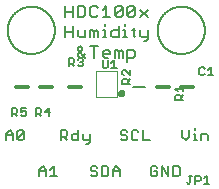
<source format=gbr>
G04 EAGLE Gerber RS-274X export*
G75*
%MOMM*%
%FSLAX34Y34*%
%LPD*%
%INSilkscreen Top*%
%IPPOS*%
%AMOC8*
5,1,8,0,0,1.08239X$1,22.5*%
G01*
%ADD10C,0.177800*%
%ADD11C,0.152400*%
%ADD12C,0.050000*%
%ADD13C,0.304800*%
%ADD14C,0.203200*%


D10*
X54223Y138049D02*
X54223Y147709D01*
X54223Y142879D02*
X60663Y142879D01*
X60663Y147709D02*
X60663Y138049D01*
X64748Y138049D02*
X64748Y147709D01*
X64748Y138049D02*
X69578Y138049D01*
X71188Y139659D01*
X71188Y146099D01*
X69578Y147709D01*
X64748Y147709D01*
X80102Y147709D02*
X81712Y146099D01*
X80102Y147709D02*
X76882Y147709D01*
X75272Y146099D01*
X75272Y139659D01*
X76882Y138049D01*
X80102Y138049D01*
X81712Y139659D01*
X85797Y144489D02*
X89017Y147709D01*
X89017Y138049D01*
X85797Y138049D02*
X92237Y138049D01*
X96321Y139659D02*
X96321Y146099D01*
X97931Y147709D01*
X101151Y147709D01*
X102761Y146099D01*
X102761Y139659D01*
X101151Y138049D01*
X97931Y138049D01*
X96321Y139659D01*
X102761Y146099D01*
X106846Y146099D02*
X106846Y139659D01*
X106846Y146099D02*
X108456Y147709D01*
X111676Y147709D01*
X113286Y146099D01*
X113286Y139659D01*
X111676Y138049D01*
X108456Y138049D01*
X106846Y139659D01*
X113286Y146099D01*
X117371Y144489D02*
X123811Y138049D01*
X117371Y138049D02*
X123811Y144489D01*
X54223Y130564D02*
X54223Y120904D01*
X54223Y125734D02*
X60663Y125734D01*
X60663Y130564D02*
X60663Y120904D01*
X64748Y122514D02*
X64748Y127344D01*
X64748Y122514D02*
X66358Y120904D01*
X71188Y120904D01*
X71188Y127344D01*
X75272Y127344D02*
X75272Y120904D01*
X75272Y127344D02*
X76882Y127344D01*
X78492Y125734D01*
X78492Y120904D01*
X78492Y125734D02*
X80102Y127344D01*
X81712Y125734D01*
X81712Y120904D01*
X85797Y127344D02*
X87407Y127344D01*
X87407Y120904D01*
X85797Y120904D02*
X89017Y120904D01*
X87407Y130564D02*
X87407Y132174D01*
X99253Y130564D02*
X99253Y120904D01*
X94423Y120904D01*
X92813Y122514D01*
X92813Y125734D01*
X94423Y127344D01*
X99253Y127344D01*
X103338Y127344D02*
X104948Y127344D01*
X104948Y120904D01*
X103338Y120904D02*
X106558Y120904D01*
X104948Y130564D02*
X104948Y132174D01*
X111964Y128954D02*
X111964Y122514D01*
X113574Y120904D01*
X113574Y127344D02*
X110354Y127344D01*
X117370Y127344D02*
X117370Y122514D01*
X118980Y120904D01*
X123811Y120904D01*
X123811Y119294D02*
X123811Y127344D01*
X123811Y119294D02*
X122201Y117684D01*
X120591Y117684D01*
X71188Y106979D02*
X67968Y103759D01*
X66358Y103759D01*
X64748Y105369D01*
X64748Y106979D01*
X67968Y110199D01*
X67968Y111809D01*
X66358Y113419D01*
X64748Y111809D01*
X64748Y110199D01*
X71188Y103759D01*
X78492Y103759D02*
X78492Y113419D01*
X75272Y113419D02*
X81712Y113419D01*
X87407Y103759D02*
X90627Y103759D01*
X87407Y103759D02*
X85797Y105369D01*
X85797Y108589D01*
X87407Y110199D01*
X90627Y110199D01*
X92237Y108589D01*
X92237Y106979D01*
X85797Y106979D01*
X96321Y103759D02*
X96321Y110199D01*
X97931Y110199D01*
X99541Y108589D01*
X99541Y103759D01*
X99541Y108589D02*
X101151Y110199D01*
X102761Y108589D01*
X102761Y103759D01*
X106846Y100539D02*
X106846Y110199D01*
X111676Y110199D01*
X113286Y108589D01*
X113286Y105369D01*
X111676Y103759D01*
X106846Y103759D01*
D11*
X153388Y42425D02*
X153388Y36663D01*
X156270Y33782D01*
X159151Y36663D01*
X159151Y42425D01*
X162744Y39544D02*
X164184Y39544D01*
X164184Y33782D01*
X162744Y33782D02*
X165625Y33782D01*
X164184Y42425D02*
X164184Y43866D01*
X168980Y39544D02*
X168980Y33782D01*
X168980Y39544D02*
X173302Y39544D01*
X174743Y38104D01*
X174743Y33782D01*
X132191Y10505D02*
X130751Y11945D01*
X127870Y11945D01*
X126429Y10505D01*
X126429Y4743D01*
X127870Y3302D01*
X130751Y3302D01*
X132191Y4743D01*
X132191Y7624D01*
X129310Y7624D01*
X135784Y11945D02*
X135784Y3302D01*
X141547Y3302D02*
X135784Y11945D01*
X141547Y11945D02*
X141547Y3302D01*
X145140Y3302D02*
X145140Y11945D01*
X145140Y3302D02*
X149461Y3302D01*
X150902Y4743D01*
X150902Y10505D01*
X149461Y11945D01*
X145140Y11945D01*
X106791Y40985D02*
X105351Y42425D01*
X102470Y42425D01*
X101029Y40985D01*
X101029Y39544D01*
X102470Y38104D01*
X105351Y38104D01*
X106791Y36663D01*
X106791Y35223D01*
X105351Y33782D01*
X102470Y33782D01*
X101029Y35223D01*
X114706Y42425D02*
X116147Y40985D01*
X114706Y42425D02*
X111825Y42425D01*
X110384Y40985D01*
X110384Y35223D01*
X111825Y33782D01*
X114706Y33782D01*
X116147Y35223D01*
X119740Y33782D02*
X119740Y42425D01*
X119740Y33782D02*
X125502Y33782D01*
X81391Y10505D02*
X79951Y11945D01*
X77070Y11945D01*
X75629Y10505D01*
X75629Y9064D01*
X77070Y7624D01*
X79951Y7624D01*
X81391Y6183D01*
X81391Y4743D01*
X79951Y3302D01*
X77070Y3302D01*
X75629Y4743D01*
X84984Y3302D02*
X84984Y11945D01*
X84984Y3302D02*
X89306Y3302D01*
X90747Y4743D01*
X90747Y10505D01*
X89306Y11945D01*
X84984Y11945D01*
X94340Y9064D02*
X94340Y3302D01*
X94340Y9064D02*
X97221Y11945D01*
X100102Y9064D01*
X100102Y3302D01*
X100102Y7624D02*
X94340Y7624D01*
X50229Y33782D02*
X50229Y42425D01*
X54551Y42425D01*
X55991Y40985D01*
X55991Y38104D01*
X54551Y36663D01*
X50229Y36663D01*
X53110Y36663D02*
X55991Y33782D01*
X65347Y33782D02*
X65347Y42425D01*
X65347Y33782D02*
X61025Y33782D01*
X59584Y35223D01*
X59584Y38104D01*
X61025Y39544D01*
X65347Y39544D01*
X68940Y39544D02*
X68940Y35223D01*
X70380Y33782D01*
X74702Y33782D01*
X74702Y32341D02*
X74702Y39544D01*
X74702Y32341D02*
X73261Y30901D01*
X71821Y30901D01*
X32047Y9064D02*
X32047Y3302D01*
X32047Y9064D02*
X34928Y11945D01*
X37809Y9064D01*
X37809Y3302D01*
X37809Y7624D02*
X32047Y7624D01*
X41402Y9064D02*
X44283Y11945D01*
X44283Y3302D01*
X41402Y3302D02*
X47164Y3302D01*
X4107Y33782D02*
X4107Y39544D01*
X6988Y42425D01*
X9869Y39544D01*
X9869Y33782D01*
X9869Y38104D02*
X4107Y38104D01*
X13462Y35223D02*
X13462Y40985D01*
X14903Y42425D01*
X17784Y42425D01*
X19224Y40985D01*
X19224Y35223D01*
X17784Y33782D01*
X14903Y33782D01*
X13462Y35223D01*
X19224Y40985D01*
D12*
X79900Y70280D02*
X97900Y70280D01*
X79900Y70280D02*
X79900Y92280D01*
X97900Y92280D01*
X97900Y70280D01*
D13*
X100486Y73280D02*
X100488Y73355D01*
X100494Y73429D01*
X100504Y73503D01*
X100517Y73576D01*
X100535Y73649D01*
X100556Y73720D01*
X100581Y73791D01*
X100610Y73860D01*
X100643Y73927D01*
X100679Y73992D01*
X100718Y74056D01*
X100760Y74117D01*
X100806Y74176D01*
X100855Y74233D01*
X100907Y74286D01*
X100961Y74337D01*
X101018Y74386D01*
X101078Y74430D01*
X101140Y74472D01*
X101204Y74511D01*
X101270Y74546D01*
X101337Y74577D01*
X101407Y74605D01*
X101477Y74629D01*
X101549Y74650D01*
X101622Y74666D01*
X101695Y74679D01*
X101770Y74688D01*
X101844Y74693D01*
X101919Y74694D01*
X101993Y74691D01*
X102068Y74684D01*
X102141Y74673D01*
X102215Y74659D01*
X102287Y74640D01*
X102358Y74618D01*
X102428Y74592D01*
X102497Y74562D01*
X102563Y74529D01*
X102628Y74492D01*
X102691Y74452D01*
X102752Y74408D01*
X102810Y74362D01*
X102866Y74312D01*
X102919Y74260D01*
X102970Y74205D01*
X103017Y74147D01*
X103061Y74087D01*
X103102Y74024D01*
X103140Y73960D01*
X103174Y73894D01*
X103205Y73825D01*
X103232Y73756D01*
X103255Y73685D01*
X103274Y73613D01*
X103290Y73540D01*
X103302Y73466D01*
X103310Y73392D01*
X103314Y73317D01*
X103314Y73243D01*
X103310Y73168D01*
X103302Y73094D01*
X103290Y73020D01*
X103274Y72947D01*
X103255Y72875D01*
X103232Y72804D01*
X103205Y72735D01*
X103174Y72666D01*
X103140Y72600D01*
X103102Y72536D01*
X103061Y72473D01*
X103017Y72413D01*
X102970Y72355D01*
X102919Y72300D01*
X102866Y72248D01*
X102810Y72198D01*
X102752Y72152D01*
X102691Y72108D01*
X102628Y72068D01*
X102563Y72031D01*
X102497Y71998D01*
X102428Y71968D01*
X102358Y71942D01*
X102287Y71920D01*
X102215Y71901D01*
X102141Y71887D01*
X102068Y71876D01*
X101993Y71869D01*
X101919Y71866D01*
X101844Y71867D01*
X101770Y71872D01*
X101695Y71881D01*
X101622Y71894D01*
X101549Y71910D01*
X101477Y71931D01*
X101407Y71955D01*
X101337Y71983D01*
X101270Y72014D01*
X101204Y72049D01*
X101140Y72088D01*
X101078Y72130D01*
X101018Y72174D01*
X100961Y72223D01*
X100907Y72274D01*
X100855Y72327D01*
X100806Y72384D01*
X100760Y72443D01*
X100718Y72504D01*
X100679Y72568D01*
X100643Y72633D01*
X100610Y72700D01*
X100581Y72769D01*
X100556Y72840D01*
X100535Y72911D01*
X100517Y72984D01*
X100504Y73057D01*
X100494Y73131D01*
X100488Y73205D01*
X100486Y73280D01*
D11*
X85742Y96064D02*
X85742Y101572D01*
X85742Y96064D02*
X86844Y94962D01*
X89047Y94962D01*
X90148Y96064D01*
X90148Y101572D01*
X93226Y99368D02*
X95429Y101572D01*
X95429Y94962D01*
X93226Y94962D02*
X97633Y94962D01*
D14*
X5400Y127000D02*
X5406Y127491D01*
X5424Y127981D01*
X5454Y128471D01*
X5496Y128960D01*
X5550Y129448D01*
X5616Y129935D01*
X5694Y130419D01*
X5784Y130902D01*
X5886Y131382D01*
X5999Y131860D01*
X6124Y132334D01*
X6261Y132806D01*
X6409Y133274D01*
X6569Y133738D01*
X6740Y134198D01*
X6922Y134654D01*
X7116Y135105D01*
X7320Y135551D01*
X7536Y135992D01*
X7762Y136428D01*
X7998Y136858D01*
X8245Y137282D01*
X8503Y137700D01*
X8771Y138111D01*
X9048Y138516D01*
X9336Y138914D01*
X9633Y139305D01*
X9940Y139688D01*
X10256Y140063D01*
X10581Y140431D01*
X10915Y140791D01*
X11258Y141142D01*
X11609Y141485D01*
X11969Y141819D01*
X12337Y142144D01*
X12712Y142460D01*
X13095Y142767D01*
X13486Y143064D01*
X13884Y143352D01*
X14289Y143629D01*
X14700Y143897D01*
X15118Y144155D01*
X15542Y144402D01*
X15972Y144638D01*
X16408Y144864D01*
X16849Y145080D01*
X17295Y145284D01*
X17746Y145478D01*
X18202Y145660D01*
X18662Y145831D01*
X19126Y145991D01*
X19594Y146139D01*
X20066Y146276D01*
X20540Y146401D01*
X21018Y146514D01*
X21498Y146616D01*
X21981Y146706D01*
X22465Y146784D01*
X22952Y146850D01*
X23440Y146904D01*
X23929Y146946D01*
X24419Y146976D01*
X24909Y146994D01*
X25400Y147000D01*
X25891Y146994D01*
X26381Y146976D01*
X26871Y146946D01*
X27360Y146904D01*
X27848Y146850D01*
X28335Y146784D01*
X28819Y146706D01*
X29302Y146616D01*
X29782Y146514D01*
X30260Y146401D01*
X30734Y146276D01*
X31206Y146139D01*
X31674Y145991D01*
X32138Y145831D01*
X32598Y145660D01*
X33054Y145478D01*
X33505Y145284D01*
X33951Y145080D01*
X34392Y144864D01*
X34828Y144638D01*
X35258Y144402D01*
X35682Y144155D01*
X36100Y143897D01*
X36511Y143629D01*
X36916Y143352D01*
X37314Y143064D01*
X37705Y142767D01*
X38088Y142460D01*
X38463Y142144D01*
X38831Y141819D01*
X39191Y141485D01*
X39542Y141142D01*
X39885Y140791D01*
X40219Y140431D01*
X40544Y140063D01*
X40860Y139688D01*
X41167Y139305D01*
X41464Y138914D01*
X41752Y138516D01*
X42029Y138111D01*
X42297Y137700D01*
X42555Y137282D01*
X42802Y136858D01*
X43038Y136428D01*
X43264Y135992D01*
X43480Y135551D01*
X43684Y135105D01*
X43878Y134654D01*
X44060Y134198D01*
X44231Y133738D01*
X44391Y133274D01*
X44539Y132806D01*
X44676Y132334D01*
X44801Y131860D01*
X44914Y131382D01*
X45016Y130902D01*
X45106Y130419D01*
X45184Y129935D01*
X45250Y129448D01*
X45304Y128960D01*
X45346Y128471D01*
X45376Y127981D01*
X45394Y127491D01*
X45400Y127000D01*
X45394Y126509D01*
X45376Y126019D01*
X45346Y125529D01*
X45304Y125040D01*
X45250Y124552D01*
X45184Y124065D01*
X45106Y123581D01*
X45016Y123098D01*
X44914Y122618D01*
X44801Y122140D01*
X44676Y121666D01*
X44539Y121194D01*
X44391Y120726D01*
X44231Y120262D01*
X44060Y119802D01*
X43878Y119346D01*
X43684Y118895D01*
X43480Y118449D01*
X43264Y118008D01*
X43038Y117572D01*
X42802Y117142D01*
X42555Y116718D01*
X42297Y116300D01*
X42029Y115889D01*
X41752Y115484D01*
X41464Y115086D01*
X41167Y114695D01*
X40860Y114312D01*
X40544Y113937D01*
X40219Y113569D01*
X39885Y113209D01*
X39542Y112858D01*
X39191Y112515D01*
X38831Y112181D01*
X38463Y111856D01*
X38088Y111540D01*
X37705Y111233D01*
X37314Y110936D01*
X36916Y110648D01*
X36511Y110371D01*
X36100Y110103D01*
X35682Y109845D01*
X35258Y109598D01*
X34828Y109362D01*
X34392Y109136D01*
X33951Y108920D01*
X33505Y108716D01*
X33054Y108522D01*
X32598Y108340D01*
X32138Y108169D01*
X31674Y108009D01*
X31206Y107861D01*
X30734Y107724D01*
X30260Y107599D01*
X29782Y107486D01*
X29302Y107384D01*
X28819Y107294D01*
X28335Y107216D01*
X27848Y107150D01*
X27360Y107096D01*
X26871Y107054D01*
X26381Y107024D01*
X25891Y107006D01*
X25400Y107000D01*
X24909Y107006D01*
X24419Y107024D01*
X23929Y107054D01*
X23440Y107096D01*
X22952Y107150D01*
X22465Y107216D01*
X21981Y107294D01*
X21498Y107384D01*
X21018Y107486D01*
X20540Y107599D01*
X20066Y107724D01*
X19594Y107861D01*
X19126Y108009D01*
X18662Y108169D01*
X18202Y108340D01*
X17746Y108522D01*
X17295Y108716D01*
X16849Y108920D01*
X16408Y109136D01*
X15972Y109362D01*
X15542Y109598D01*
X15118Y109845D01*
X14700Y110103D01*
X14289Y110371D01*
X13884Y110648D01*
X13486Y110936D01*
X13095Y111233D01*
X12712Y111540D01*
X12337Y111856D01*
X11969Y112181D01*
X11609Y112515D01*
X11258Y112858D01*
X10915Y113209D01*
X10581Y113569D01*
X10256Y113937D01*
X9940Y114312D01*
X9633Y114695D01*
X9336Y115086D01*
X9048Y115484D01*
X8771Y115889D01*
X8503Y116300D01*
X8245Y116718D01*
X7998Y117142D01*
X7762Y117572D01*
X7536Y118008D01*
X7320Y118449D01*
X7116Y118895D01*
X6922Y119346D01*
X6740Y119802D01*
X6569Y120262D01*
X6409Y120726D01*
X6261Y121194D01*
X6124Y121666D01*
X5999Y122140D01*
X5886Y122618D01*
X5784Y123098D01*
X5694Y123581D01*
X5616Y124065D01*
X5550Y124552D01*
X5496Y125040D01*
X5454Y125529D01*
X5424Y126019D01*
X5406Y126509D01*
X5400Y127000D01*
X132400Y127000D02*
X132406Y127491D01*
X132424Y127981D01*
X132454Y128471D01*
X132496Y128960D01*
X132550Y129448D01*
X132616Y129935D01*
X132694Y130419D01*
X132784Y130902D01*
X132886Y131382D01*
X132999Y131860D01*
X133124Y132334D01*
X133261Y132806D01*
X133409Y133274D01*
X133569Y133738D01*
X133740Y134198D01*
X133922Y134654D01*
X134116Y135105D01*
X134320Y135551D01*
X134536Y135992D01*
X134762Y136428D01*
X134998Y136858D01*
X135245Y137282D01*
X135503Y137700D01*
X135771Y138111D01*
X136048Y138516D01*
X136336Y138914D01*
X136633Y139305D01*
X136940Y139688D01*
X137256Y140063D01*
X137581Y140431D01*
X137915Y140791D01*
X138258Y141142D01*
X138609Y141485D01*
X138969Y141819D01*
X139337Y142144D01*
X139712Y142460D01*
X140095Y142767D01*
X140486Y143064D01*
X140884Y143352D01*
X141289Y143629D01*
X141700Y143897D01*
X142118Y144155D01*
X142542Y144402D01*
X142972Y144638D01*
X143408Y144864D01*
X143849Y145080D01*
X144295Y145284D01*
X144746Y145478D01*
X145202Y145660D01*
X145662Y145831D01*
X146126Y145991D01*
X146594Y146139D01*
X147066Y146276D01*
X147540Y146401D01*
X148018Y146514D01*
X148498Y146616D01*
X148981Y146706D01*
X149465Y146784D01*
X149952Y146850D01*
X150440Y146904D01*
X150929Y146946D01*
X151419Y146976D01*
X151909Y146994D01*
X152400Y147000D01*
X152891Y146994D01*
X153381Y146976D01*
X153871Y146946D01*
X154360Y146904D01*
X154848Y146850D01*
X155335Y146784D01*
X155819Y146706D01*
X156302Y146616D01*
X156782Y146514D01*
X157260Y146401D01*
X157734Y146276D01*
X158206Y146139D01*
X158674Y145991D01*
X159138Y145831D01*
X159598Y145660D01*
X160054Y145478D01*
X160505Y145284D01*
X160951Y145080D01*
X161392Y144864D01*
X161828Y144638D01*
X162258Y144402D01*
X162682Y144155D01*
X163100Y143897D01*
X163511Y143629D01*
X163916Y143352D01*
X164314Y143064D01*
X164705Y142767D01*
X165088Y142460D01*
X165463Y142144D01*
X165831Y141819D01*
X166191Y141485D01*
X166542Y141142D01*
X166885Y140791D01*
X167219Y140431D01*
X167544Y140063D01*
X167860Y139688D01*
X168167Y139305D01*
X168464Y138914D01*
X168752Y138516D01*
X169029Y138111D01*
X169297Y137700D01*
X169555Y137282D01*
X169802Y136858D01*
X170038Y136428D01*
X170264Y135992D01*
X170480Y135551D01*
X170684Y135105D01*
X170878Y134654D01*
X171060Y134198D01*
X171231Y133738D01*
X171391Y133274D01*
X171539Y132806D01*
X171676Y132334D01*
X171801Y131860D01*
X171914Y131382D01*
X172016Y130902D01*
X172106Y130419D01*
X172184Y129935D01*
X172250Y129448D01*
X172304Y128960D01*
X172346Y128471D01*
X172376Y127981D01*
X172394Y127491D01*
X172400Y127000D01*
X172394Y126509D01*
X172376Y126019D01*
X172346Y125529D01*
X172304Y125040D01*
X172250Y124552D01*
X172184Y124065D01*
X172106Y123581D01*
X172016Y123098D01*
X171914Y122618D01*
X171801Y122140D01*
X171676Y121666D01*
X171539Y121194D01*
X171391Y120726D01*
X171231Y120262D01*
X171060Y119802D01*
X170878Y119346D01*
X170684Y118895D01*
X170480Y118449D01*
X170264Y118008D01*
X170038Y117572D01*
X169802Y117142D01*
X169555Y116718D01*
X169297Y116300D01*
X169029Y115889D01*
X168752Y115484D01*
X168464Y115086D01*
X168167Y114695D01*
X167860Y114312D01*
X167544Y113937D01*
X167219Y113569D01*
X166885Y113209D01*
X166542Y112858D01*
X166191Y112515D01*
X165831Y112181D01*
X165463Y111856D01*
X165088Y111540D01*
X164705Y111233D01*
X164314Y110936D01*
X163916Y110648D01*
X163511Y110371D01*
X163100Y110103D01*
X162682Y109845D01*
X162258Y109598D01*
X161828Y109362D01*
X161392Y109136D01*
X160951Y108920D01*
X160505Y108716D01*
X160054Y108522D01*
X159598Y108340D01*
X159138Y108169D01*
X158674Y108009D01*
X158206Y107861D01*
X157734Y107724D01*
X157260Y107599D01*
X156782Y107486D01*
X156302Y107384D01*
X155819Y107294D01*
X155335Y107216D01*
X154848Y107150D01*
X154360Y107096D01*
X153871Y107054D01*
X153381Y107024D01*
X152891Y107006D01*
X152400Y107000D01*
X151909Y107006D01*
X151419Y107024D01*
X150929Y107054D01*
X150440Y107096D01*
X149952Y107150D01*
X149465Y107216D01*
X148981Y107294D01*
X148498Y107384D01*
X148018Y107486D01*
X147540Y107599D01*
X147066Y107724D01*
X146594Y107861D01*
X146126Y108009D01*
X145662Y108169D01*
X145202Y108340D01*
X144746Y108522D01*
X144295Y108716D01*
X143849Y108920D01*
X143408Y109136D01*
X142972Y109362D01*
X142542Y109598D01*
X142118Y109845D01*
X141700Y110103D01*
X141289Y110371D01*
X140884Y110648D01*
X140486Y110936D01*
X140095Y111233D01*
X139712Y111540D01*
X139337Y111856D01*
X138969Y112181D01*
X138609Y112515D01*
X138258Y112858D01*
X137915Y113209D01*
X137581Y113569D01*
X137256Y113937D01*
X136940Y114312D01*
X136633Y114695D01*
X136336Y115086D01*
X136048Y115484D01*
X135771Y115889D01*
X135503Y116300D01*
X135245Y116718D01*
X134998Y117142D01*
X134762Y117572D01*
X134536Y118008D01*
X134320Y118449D01*
X134116Y118895D01*
X133922Y119346D01*
X133740Y119802D01*
X133569Y120262D01*
X133409Y120726D01*
X133261Y121194D01*
X133124Y121666D01*
X132999Y122140D01*
X132886Y122618D01*
X132784Y123098D01*
X132694Y123581D01*
X132616Y124065D01*
X132550Y124552D01*
X132496Y125040D01*
X132454Y125529D01*
X132424Y126019D01*
X132406Y126509D01*
X132400Y127000D01*
D13*
X132080Y78740D02*
X142240Y78740D01*
D11*
X147441Y67709D02*
X154051Y67709D01*
X147441Y67709D02*
X147441Y71014D01*
X148543Y72115D01*
X150746Y72115D01*
X151848Y71014D01*
X151848Y67709D01*
X151848Y69912D02*
X154051Y72115D01*
X149645Y75193D02*
X147441Y77396D01*
X154051Y77396D01*
X154051Y75193D02*
X154051Y79599D01*
D14*
X121920Y78740D02*
X111760Y78740D01*
D11*
X109093Y81407D02*
X102483Y81407D01*
X102483Y84712D01*
X103585Y85813D01*
X105788Y85813D01*
X106890Y84712D01*
X106890Y81407D01*
X106890Y83610D02*
X109093Y85813D01*
X109093Y88891D02*
X109093Y93298D01*
X104687Y93298D02*
X109093Y88891D01*
X104687Y93298D02*
X103585Y93298D01*
X102483Y92196D01*
X102483Y89993D01*
X103585Y88891D01*
D13*
X67310Y78740D02*
X57150Y78740D01*
D11*
X57277Y96647D02*
X57277Y103257D01*
X60582Y103257D01*
X61683Y102155D01*
X61683Y99952D01*
X60582Y98850D01*
X57277Y98850D01*
X59480Y98850D02*
X61683Y96647D01*
X64761Y102155D02*
X65863Y103257D01*
X68066Y103257D01*
X69168Y102155D01*
X69168Y101053D01*
X68066Y99952D01*
X66964Y99952D01*
X68066Y99952D02*
X69168Y98850D01*
X69168Y97749D01*
X68066Y96647D01*
X65863Y96647D01*
X64761Y97749D01*
D13*
X43180Y78740D02*
X33020Y78740D01*
D11*
X29609Y60839D02*
X29609Y54229D01*
X29609Y60839D02*
X32914Y60839D01*
X34015Y59737D01*
X34015Y57534D01*
X32914Y56432D01*
X29609Y56432D01*
X31812Y56432D02*
X34015Y54229D01*
X40398Y54229D02*
X40398Y60839D01*
X37093Y57534D01*
X41499Y57534D01*
D13*
X22860Y78740D02*
X12700Y78740D01*
D11*
X9289Y60839D02*
X9289Y54229D01*
X9289Y60839D02*
X12594Y60839D01*
X13695Y59737D01*
X13695Y57534D01*
X12594Y56432D01*
X9289Y56432D01*
X11492Y56432D02*
X13695Y54229D01*
X16773Y60839D02*
X21179Y60839D01*
X16773Y60839D02*
X16773Y57534D01*
X18976Y58635D01*
X20078Y58635D01*
X21179Y57534D01*
X21179Y55331D01*
X20078Y54229D01*
X17874Y54229D01*
X16773Y55331D01*
X156872Y-1692D02*
X157973Y-2794D01*
X159075Y-2794D01*
X160176Y-1692D01*
X160176Y3816D01*
X159075Y3816D02*
X161278Y3816D01*
X164356Y3816D02*
X164356Y-2794D01*
X164356Y3816D02*
X167661Y3816D01*
X168762Y2714D01*
X168762Y511D01*
X167661Y-591D01*
X164356Y-591D01*
X171840Y1612D02*
X174043Y3816D01*
X174043Y-2794D01*
X171840Y-2794D02*
X176246Y-2794D01*
D13*
X162560Y78740D02*
X152400Y78740D01*
D11*
X171072Y95637D02*
X172173Y94535D01*
X171072Y95637D02*
X168869Y95637D01*
X167767Y94535D01*
X167767Y90129D01*
X168869Y89027D01*
X171072Y89027D01*
X172173Y90129D01*
X175251Y93433D02*
X177454Y95637D01*
X177454Y89027D01*
X175251Y89027D02*
X179658Y89027D01*
M02*

</source>
